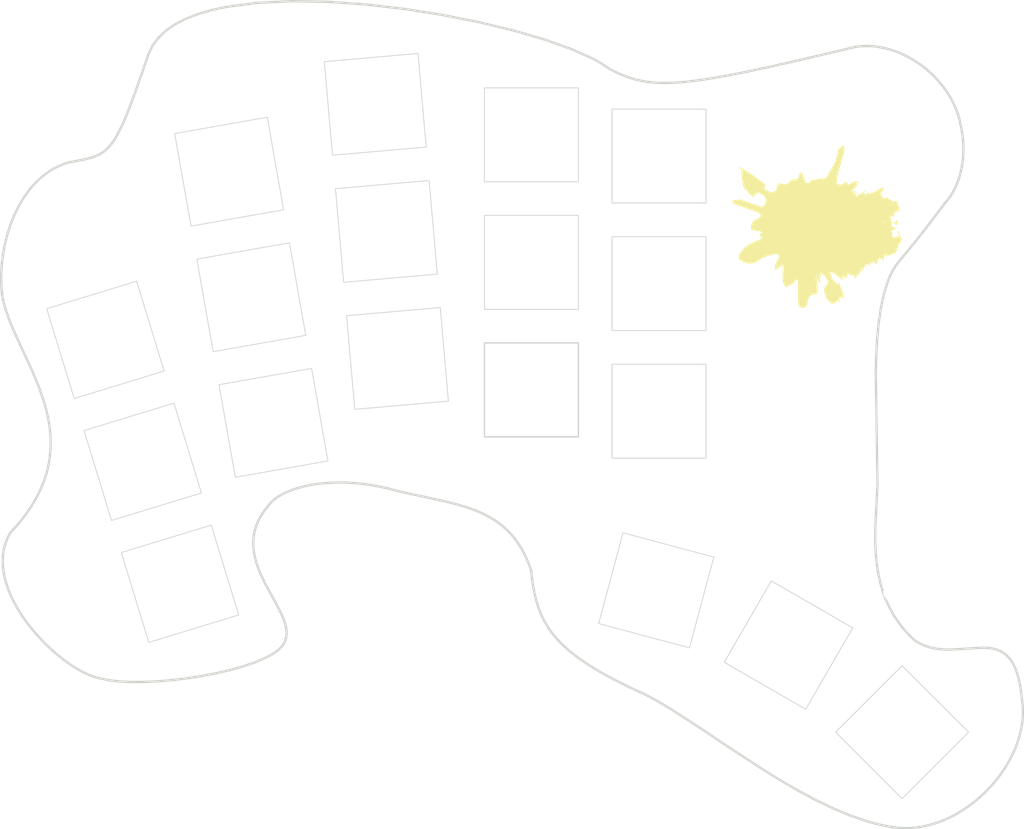
<source format=kicad_pcb>
(kicad_pcb (version 20211014) (generator pcbnew)
  (title_block (title "owl_generated") (rev "v1.0.0") (company "Unknown"))
  (layers (0 "F.Cu" signal) (31 "B.Cu" signal) (34 "B.Paste" user) (35 "F.Paste" user) (36 "B.SilkS" user "B.Silkscreen") (37 "F.SilkS" user "F.Silkscreen") (38 "B.Mask" user) (39 "F.Mask" user) (44 "Edge.Cuts" user))
  (net 0 "")
  (footprint "switch_cut" (layer "F.Cu") (at 76.359108 -73.143828 -170)
    (fp_text reference "S24" hide)
    (fp_text value "" hide)
    (fp_rect (start -7 -7) (end 7 7) (layer "Edge.Cuts") (width 0.12) (fill none))
  )
  (footprint "switch_cut" (layer "F.Cu") (at 114.768682 -78.054834 180)
    (fp_text reference "S24" hide)
    (fp_text value "" hide)
    (fp_rect (start -7 -7) (end 7 7) (layer "Edge.Cuts") (width 0.2) (fill none))
  )
  (footprint "SMDPad" (layer "F.Cu") (at 168.768682 -112.888168)
    (fp_text reference "MOUNTING_PAD2" hide)
    (fp_text value "" hide)
    (pad "" np_thru_hole circle locked (at 0 0) (size 3.2 3.2) (drill 3.2) (layers *.Cu *.Mask))
  )
  (footprint "switch_cut" (layer "F.Cu") (at 51.334813 -85.509371 -163)
    (fp_text reference "S24" hide)
    (fp_text value "" hide)
    (fp_rect (start -7 -7) (end 7 7) (layer "Edge.Cuts") (width 0.12) (fill none))
  )
  (footprint "switch_cut" (layer "F.Cu") (at 133.356349 -48.18812 165)
    (fp_text reference "S24" hide)
    (fp_text value "" hide)
    (fp_rect (start -7 -7) (end 7 7) (layer "Edge.Cuts") (width 0.12) (fill none))
  )
  (footprint "switch_cut" (layer "F.Cu") (at 69.760477 -110.566523 -170)
    (fp_text reference "S24" hide)
    (fp_text value "" hide)
    (fp_rect (start -7 -7) (end 7 7) (layer "Edge.Cuts") (width 0.12) (fill none))
  )
  (footprint "SMDPad" (layer "F.Cu") (at 168.768682 -48)
    (fp_text reference "MOUNTING_PAD1" hide)
    (fp_text value "" hide)
    (pad "" np_thru_hole circle locked (at 0 0) (size 3.2 3.2) (drill 3.2) (layers *.Cu *.Mask))
  )
  (footprint "LOGO" (layer "F.Cu") (at 155.4 -102)
    (fp_text reference "G***" (at 0 0) (layer "F.SilkS") (effects (font (size 1.524 1.524) (thickness 0.3))))
    (fp_text value "LOGO" hide)
  )
  (footprint "SMDPad" (layer "F.Cu") (at 51 -41.8 -17)
    (fp_text reference "MOUNTING_PAD4" hide)
    (fp_text value "" hide)
    (pad "" np_thru_hole circle locked (at 0 0) (size 3.2 3.2) (drill 3.2) (layers *.Cu *.Mask))
  )
  (footprint "switch_cut" (layer "F.Cu") (at 73.059792 -91.855176 -170)
    (fp_text reference "S24" hide)
    (fp_text value "" hide)
    (fp_rect (start -7 -7) (end 7 7) (layer "Edge.Cuts") (width 0.12) (fill none))
  )
  (footprint "SMDPad" (layer "F.Cu") (at 51 -107.8 -17)
    (fp_text reference "MOUNTING_PAD3" hide)
    (fp_text value "" hide)
    (pad "" np_thru_hole circle locked (at 0 0) (size 3.2 3.2) (drill 3.2) (layers *.Cu *.Mask))
  )
  (footprint "switch_cut" (layer "F.Cu") (at 93.172512 -101.668094 -175)
    (fp_text reference "S24" hide)
    (fp_text value "" hide)
    (fp_rect (start -7 -7) (end 7 7) (layer "Edge.Cuts") (width 0.12) (fill none))
  )
  (footprint "switch_cut" (layer "F.Cu") (at 114.768682 -97.054834 180)
    (fp_text reference "S24" hide)
    (fp_text value "" hide)
    (fp_rect (start -7 -7) (end 7 7) (layer "Edge.Cuts") (width 0.12) (fill none))
  )
  (footprint "switch_cut" (layer "F.Cu") (at 94.828471 -82.740394 -175)
    (fp_text reference "S24" hide)
    (fp_text value "" hide)
    (fp_rect (start -7 -7) (end 7 7) (layer "Edge.Cuts") (width 0.12) (fill none))
  )
  (footprint "switch_cut" (layer "F.Cu") (at 56.889875 -67.339581 -163)
    (fp_text reference "S24" hide)
    (fp_text value "" hide)
    (fp_rect (start -7 -7) (end 7 7) (layer "Edge.Cuts") (width 0.12) (fill none))
  )
  (footprint "switch_cut" (layer "F.Cu") (at 169.963375 -27.053044 135)
    (fp_text reference "S24" hide)
    (fp_text value "" hide)
    (fp_rect (start -7 -7) (end 7 7) (layer "Edge.Cuts") (width 0.12) (fill none))
  )
  (footprint "switch_cut" (layer "F.Cu") (at 91.516553 -120.595793 -175)
    (fp_text reference "S24" hide)
    (fp_text value "" hide)
    (fp_rect (start -7 -7) (end 7 7) (layer "Edge.Cuts") (width 0.12) (fill none))
  )
  (footprint "switch_cut" (layer "F.Cu") (at 133.768682 -93.888168 180)
    (fp_text reference "S24" hide)
    (fp_text value "" hide)
    (fp_rect (start -7 -7) (end 7 7) (layer "Edge.Cuts") (width 0.12) (fill none))
  )
  (footprint "switch_cut" (layer "F.Cu") (at 153.051105 -40.030285 150)
    (fp_text reference "S24" hide)
    (fp_text value "" hide)
    (fp_rect (start -7 -7) (end 7 7) (layer "Edge.Cuts") (width 0.12) (fill none))
  )
  (footprint "switch_cut" (layer "F.Cu") (at 133.768682 -74.888168 180)
    (fp_text reference "S24" hide)
    (fp_text value "" hide)
    (fp_rect (start -7 -7) (end 7 7) (layer "Edge.Cuts") (width 0.12) (fill none))
  )
  (footprint "switch_cut" (layer "F.Cu") (at 62.444938 -49.16979 -163)
    (fp_text reference "S24" hide)
    (fp_text value "" hide)
    (fp_rect (start -7 -7) (end 7 7) (layer "Edge.Cuts") (width 0.12) (fill none))
  )
  (footprint "switch_cut" (layer "F.Cu") (at 114.768682 -116.054834 180)
    (fp_text reference "S24" hide)
    (fp_text value "" hide)
    (fp_rect (start -7 -7) (end 7 7) (layer "Edge.Cuts") (width 0.12) (fill none))
  )
  (footprint "switch_cut" (layer "F.Cu") (at 133.768682 -112.888168 180)
    (fp_text reference "S24" hide)
    (fp_text value "" hide)
    (fp_rect (start -7 -7) (end 7 7) (layer "Edge.Cuts") (width 0.12) (fill none))
  )
  (gr_line (start 175.153995 -39.475462) (end 175.802236 -39.399157) (layer "Edge.Cuts") (width 0.352777))
  (gr_line (start 147.048058 -125.497982) (end 150.160788 -126.166225) (layer "Edge.Cuts") (width 0.352777))
  (gr_line (start 112.221658 -131.564203) (end 116.808521 -130.224125) (layer "Edge.Cuts") (width 0.352777))
  (gr_line (start 76.553969 -61.783461) (end 75.992183 -61.283435) (layer "Edge.Cuts") (width 0.352777))
  (gr_line (start 36.590763 -49.149454) (end 36.350581 -50.019996) (layer "Edge.Cuts") (width 0.352777))
  (gr_line (start 41.035835 -61.936197) (end 41.673317 -63.21006) (layer "Edge.Cuts") (width 0.352777))
  (gr_line (start 48.652519 -35.69057) (end 47.985329 -36.008821) (layer "Edge.Cuts") (width 0.352777))
  (gr_line (start 42.508395 -75.155431) (end 42.193412 -76.271225) (layer "Edge.Cuts") (width 0.352777))
  (gr_line (start 39.166544 -44.049196) (end 38.623026 -44.870709) (layer "Edge.Cuts") (width 0.352777))
  (gr_line (start 85.900491 -64.256843) (end 84.559681 -64.207208) (layer "Edge.Cuts") (width 0.352777))
  (gr_line (start 178.797858 -116.993333) (end 178.914174 -116.284813) (layer "Edge.Cuts") (width 0.352777))
  (gr_line (start 78.890452 -63.058313) (end 78.009693 -62.674652) (layer "Edge.Cuts") (width 0.352777))
  (gr_line (start 187.851102 -28.448408) (end 187.710747 -27.593223) (layer "Edge.Cuts") (width 0.352777))
  (gr_line (start 176.356192 -105.907564) (end 176.356192 -105.907564) (layer "Edge.Cuts") (width 0.352777))
  (gr_line (start 187.324388 -35.017409) (end 187.527888 -34.071584) (layer "Edge.Cuts") (width 0.352777))
  (gr_line (start 79.864359 -63.395682) (end 78.890452 -63.058313) (layer "Edge.Cuts") (width 0.352777))
  (gr_line (start 126.261721 -125.955877) (end 127.473792 -125.33034) (layer "Edge.Cuts") (width 0.352777))
  (gr_line (start 78.137328 -40.737733) (end 77.931147 -40.291061) (layer "Edge.Cuts") (width 0.352777))
  (gr_line (start 174.505996 -39.595677) (end 175.153995 -39.475462) (layer "Edge.Cuts") (width 0.352777))
  (gr_line (start 125.233948 -126.664227) (end 126.261721 -125.955877) (layer "Edge.Cuts") (width 0.352777))
  (gr_line (start 36.891931 -48.28014) (end 36.590763 -49.149454) (layer "Edge.Cuts") (width 0.352777))
  (gr_line (start 162.993212 -129.145407) (end 163.644804 -129.233531) (layer "Edge.Cuts") (width 0.352777))
  (gr_line (start 69.981232 -36.334726) (end 67.938806 -35.854999) (layer "Edge.Cuts") (width 0.352777))
  (gr_line (start 83.279073 -64.092523) (end 82.065258 -63.916539) (layer "Edge.Cuts") (width 0.352777))
  (gr_line (start 36.083164 -53.458881) (end 36.210499 -54.293894) (layer "Edge.Cuts") (width 0.352777))
  (gr_line (start 84.633151 -135.863504) (end 90.318501 -135.455718) (layer "Edge.Cuts") (width 0.352777))
  (gr_line (start 57.706385 -127.956123) (end 58.330782 -129.306299) (layer "Edge.Cuts") (width 0.352777))
  (gr_line (start 37.125311 -56.695194) (end 38.321166 -58.027331) (layer "Edge.Cuts") (width 0.352777))
  (gr_line (start 63.336268 -133.35033) (end 65.129693 -134.046906) (layer "Edge.Cuts") (width 0.352777))
  (gr_line (start 51.94784 -114.354691) (end 52.233031 -114.701859) (layer "Edge.Cuts") (width 0.352777))
  (gr_line (start 178.16418 -108.840023) (end 177.858599 -108.150618) (layer "Edge.Cuts") (width 0.352777))
  (gr_line (start 54.565887 -119.21911) (end 55.235788 -120.945633) (layer "Edge.Cuts") (width 0.352777))
  (gr_line (start 179.333127 -15.654063) (end 178.528406 -15.142863) (layer "Edge.Cuts") (width 0.352777))
  (gr_line (start 133.632145 -31.633937) (end 131.81798 -32.618179) (layer "Edge.Cuts") (width 0.352777))
  (gr_line (start 115.373241 -47.106486) (end 115.095871 -48.409072) (layer "Edge.Cuts") (width 0.352777))
  (gr_line (start 38.321166 -58.027331) (end 39.366827 -59.344859) (layer "Edge.Cuts") (width 0.352777))
  (gr_line (start 73.547755 -53.313539) (end 73.721735 -52.605741) (layer "Edge.Cuts") (width 0.352777))
  (gr_line (start 75.992183 -61.283435) (end 75.549898 -60.752125) (layer "Edge.Cuts") (width 0.352777))
  (gr_line (start 137.506519 -123.924321) (end 139.514407 -124.15378) (layer "Edge.Cuts") (width 0.352777))
  (gr_line (start 111.775479 -56.503268) (end 111.251465 -57.055907) (layer "Edge.Cuts") (width 0.352777))
  (gr_line (start 136.58038 -123.850315) (end 137.506519 -123.924321) (layer "Edge.Cuts") (width 0.352777))
  (gr_line (start 75.793567 -38.451924) (end 75.132861 -38.112906) (layer "Edge.Cuts") (width 0.352777))
  (gr_line (start 179.08742 -114.301364) (end 179.092632 -113.687476) (layer "Edge.Cuts") (width 0.352777))
  (gr_line (start 114.373489 -52.149552) (end 114.009372 -53.01148) (layer "Edge.Cuts") (width 0.352777))
  (gr_line (start 187.710747 -27.593223) (end 187.515291 -26.738506) (layer "Edge.Cuts") (width 0.352777))
  (gr_line (start 176.356192 -105.907564) (end 175.752611 -105.089013) (layer "Edge.Cuts") (width 0.352777))
  (gr_line (start 166.370616 -50.919809) (end 166.703368 -49.359573) (layer "Edge.Cuts") (width 0.352777))
  (gr_line (start 126.261721 -125.955877) (end 126.261721 -125.955877) (layer "Edge.Cuts") (width 0.352777))
  (gr_line (start 93.276987 -63.397951) (end 93.276987 -63.397951) (layer "Edge.Cuts") (width 0.352777))
  (gr_line (start 178.449089 -109.622446) (end 178.16418 -108.840023) (layer "Edge.Cuts") (width 0.352777))
  (gr_line (start 39.366827 -59.344859) (end 40.269361 -60.647806) (layer "Edge.Cuts") (width 0.352777))
  (gr_line (start 150.160788 -126.166225) (end 153.623368 -126.945339) (layer "Edge.Cuts") (width 0.352777))
  (gr_line (start 170.106565 -97.913892) (end 169.477015 -97.176342) (layer "Edge.Cuts") (width 0.352777))
  (gr_line (start 50.405001 -113.12637) (end 50.735738 -113.31472) (layer "Edge.Cuts") (width 0.352777))
  (gr_line (start 53.650742 -117.116063) (end 53.946463 -117.756322) (layer "Edge.Cuts") (width 0.352777))
  (gr_line (start 170.009997 -42.656654) (end 170.602139 -41.969214) (layer "Edge.Cuts") (width 0.352777))
  (gr_line (start 39.216857 -106.76043) (end 40.088223 -107.954777) (layer "Edge.Cuts") (width 0.352777))
  (gr_line (start 144.476122 -24.598525) (end 139.837665 -27.707352) (layer "Edge.Cuts") (width 0.352777))
  (gr_line (start 57.19441 -34.536392) (end 55.2357 -34.524851) (layer "Edge.Cuts") (width 0.352777))
  (gr_line (start 178.649245 -117.725591) (end 178.649245 -117.725591) (layer "Edge.Cuts") (width 0.352777))
  (gr_line (start 51.847447 -34.795289) (end 50.502653 -35.087604) (layer "Edge.Cuts") (width 0.352777))
  (gr_line (start 76.503325 -46.656554) (end 77.147925 -45.455898) (layer "Edge.Cuts") (width 0.352777))
  (gr_line (start 52.233031 -114.701859) (end 52.515038 -115.090109) (layer "Edge.Cuts") (width 0.352777))
  (gr_line (start 171.965759 -100.177702) (end 170.734823 -98.665653) (layer "Edge.Cuts") (width 0.352777))
  (gr_line (start 171.246927 -41.297857) (end 171.946459 -40.643844) (layer "Edge.Cuts") (width 0.352777))
  (gr_line (start 96.775441 -62.549719) (end 95.03998 -62.946871) (layer "Edge.Cuts") (width 0.352777))
  (gr_line (start 186.811483 -36.585598) (end 187.085085 -35.853277) (layer "Edge.Cuts") (width 0.352777))
  (gr_line (start 166.243721 -85.565606) (end 166.106583 -83.087273) (layer "Edge.Cuts") (width 0.352777))
  (gr_line (start 179 -115.6) (end 179.057146 -114.938861) (layer "Edge.Cuts") (width 0.352777))
  (gr_line (start 117.80603 -41.867288) (end 117.41331 -42.412903) (layer "Edge.Cuts") (width 0.352777))
  (gr_line (start 78.263879 -41.201039) (end 78.137328 -40.737733) (layer "Edge.Cuts") (width 0.352777))
  (gr_line (start 173.327946 -13.054039) (end 172.41787 -12.892025) (layer "Edge.Cuts") (width 0.352777))
  (gr_line (start 177.702627 -14.674134) (end 176.857792 -14.250347) (layer "Edge.Cuts") (width 0.352777))
  (gr_line (start 170.242436 -127.965363) (end 170.874132 -127.647054) (layer "Edge.Cuts") (width 0.352777))
  (gr_line (start 166.703368 -49.359573) (end 166.916172 -48.584057) (layer "Edge.Cuts") (width 0.352777))
  (gr_line (start 118.705289 -40.792077) (end 118.236022 -41.327357) (layer "Edge.Cuts") (width 0.352777))
  (gr_line (start 131.81798 -32.618179) (end 131.81798 -32.618179) (layer "Edge.Cuts") (width 0.352777))
  (gr_line (start 175.752611 -105.089013) (end 174.173379 -102.997159) (layer "Edge.Cuts") (width 0.352777))
  (gr_line (start 37.772659 -104.10444) (end 38.445061 -105.471773) (layer "Edge.Cuts") (width 0.352777))
  (gr_line (start 47.985329 -36.008821) (end 47.299853 -36.381074) (layer "Edge.Cuts") (width 0.352777))
  (gr_line (start 167.20858 -13.149134) (end 165.965811 -13.437826) (layer "Edge.Cuts") (width 0.352777))
  (gr_line (start 57.706385 -127.956123) (end 57.706385 -127.956123) (layer "Edge.Cuts") (width 0.352777))
  (gr_line (start 45.246264 -111.743126) (end 45.944758 -111.96475) (layer "Edge.Cuts") (width 0.352777))
  (gr_line (start 166.042721 -80.566281) (end 166.302023 -63.927116) (layer "Edge.Cuts") (width 0.352777))
  (gr_line (start 182.519348 -39.624194) (end 183.053351 -39.574727) (layer "Edge.Cuts") (width 0.352777))
  (gr_line (start 176.962529 -106.637923) (end 176.527069 -106.089809) (layer "Edge.Cuts") (width 0.352777))
  (gr_line (start 63.620377 -35.096047) (end 61.429123 -34.827158) (layer "Edge.Cuts") (width 0.352777))
  (gr_line (start 101.709475 -133.882878) (end 107.143352 -132.79698) (layer "Edge.Cuts") (width 0.352777))
  (gr_line (start 187.266738 -25.886728) (end 186.96709 -25.040359) (layer "Edge.Cuts") (width 0.352777))
  (gr_line (start 51.360008 -113.771178) (end 51.657491 -114.0455) (layer "Edge.Cuts") (width 0.352777))
  (gr_line (start 35.950566 -92.209244) (end 35.950566 -92.209244) (layer "Edge.Cuts") (width 0.352777))
  (gr_line (start 185.404106 -38.607639) (end 185.799892 -38.225393) (layer "Edge.Cuts") (width 0.352777))
  (gr_line (start 182.970774 -18.760657) (end 182.301381 -18.074162) (layer "Edge.Cuts") (width 0.352777))
  (gr_line (start 186.618349 -24.201871) (end 186.222517 -23.373735) (layer "Edge.Cuts") (width 0.352777))
  (gr_line (start 53.946463 -117.756322) (end 54.250853 -118.456303) (layer "Edge.Cuts") (width 0.352777))
  (gr_line (start 186.167384 -37.765245) (end 186.505082 -37.220783) (layer "Edge.Cuts") (width 0.352777))
  (gr_line (start 139.837665 -27.707352) (end 135.582442 -30.466022) (layer "Edge.Cuts") (width 0.352777))
  (gr_line (start 73.962087 -135.723911) (end 79.135722 -135.966094) (layer "Edge.Cuts") (width 0.352777))
  (gr_line (start 77.228669 -62.248451) (end 76.553969 -61.783461) (layer "Edge.Cuts") (width 0.352777))
  (gr_line (start 128.682247 -124.810032) (end 129.294322 -124.589486) (layer "Edge.Cuts") (width 0.352777))
  (gr_line (start 179.057146 -114.938861) (end 179.08742 -114.301364) (layer "Edge.Cuts") (width 0.352777))
  (gr_line (start 167.76549 -46.291034) (end 168.125895 -45.542067) (layer "Edge.Cuts") (width 0.352777))
  (gr_line (start 39.746015 -43.245575) (end 39.166544 -44.049196) (layer "Edge.Cuts") (width 0.352777))
  (gr_line (start 185.297594 -21.758399) (end 184.772507 -20.976141) (layer "Edge.Cuts") (width 0.352777))
  (gr_line (start 116.731686 -43.525321) (end 116.175139 -44.672879) (layer "Edge.Cuts") (width 0.352777))
  (gr_line (start 176.27626 -122.959368) (end 176.688751 -122.363589) (layer "Edge.Cuts") (width 0.352777))
  (gr_line (start 41.059336 -109.039182) (end 41.582351 -109.535272) (layer "Edge.Cuts") (width 0.352777))
  (gr_line (start 42.130369 -109.998015) (end 42.703412 -110.425456) (layer "Edge.Cuts") (width 0.352777))
  (gr_line (start 35.834136 -93.643239) (end 35.815696 -95.123615) (layer "Edge.Cuts") (width 0.352777))
  (gr_line (start 108.287846 -59.230764) (end 107.631839 -59.56592) (layer "Edge.Cuts") (width 0.352777))
  (gr_line (start 135.701202 -123.803381) (end 136.58038 -123.850315) (layer "Edge.Cuts") (width 0.352777))
  (gr_line (start 41.582351 -109.535272) (end 42.130369 -109.998015) (layer "Edge.Cuts") (width 0.352777))
  (gr_line (start 100.138958 -61.835596) (end 96.775441 -62.549719) (layer "Edge.Cuts") (width 0.352777))
  (gr_line (start 173.267527 -126.078937) (end 173.824292 -125.618517) (layer "Edge.Cuts") (width 0.352777))
  (gr_line (start 149.390283 -21.395895) (end 144.476122 -24.598525) (layer "Edge.Cuts") (width 0.352777))
  (gr_line (start 43.301501 -110.815641) (end 43.924658 -111.166618) (layer "Edge.Cuts") (width 0.352777))
  (gr_line (start 110.132401 -58.035866) (end 109.538902 -58.468287) (layer "Edge.Cuts") (width 0.352777))
  (gr_line (start 166.966229 -129.061304) (end 167.631676 -128.91175) (layer "Edge.Cuts") (width 0.352777))
  (gr_line (start 178.271101 -119.123565) (end 178.48002 -118.430795) (layer "Edge.Cuts") (width 0.352777))
  (gr_line (start 172.100802 -126.919839) (end 172.692481 -126.513066) (layer "Edge.Cuts") (width 0.352777))
  (gr_line (start 167.162728 -47.813289) (end 167.445134 -47.048528) (layer "Edge.Cuts") (width 0.352777))
  (gr_line (start 185.781599 -22.55842) (end 185.297594 -21.758399) (layer "Edge.Cuts") (width 0.352777))
  (gr_line (start 129.290233 -33.786408) (end 127.031649 -34.915363) (layer "Edge.Cuts") (width 0.352777))
  (gr_line (start 45.944758 -111.96475) (end 47.051905 -112.166626) (layer "Edge.Cuts") (width 0.352777))
  (gr_line (start 171.946459 -40.643844) (end 171.946459 -40.643844) (layer "Edge.Cuts") (width 0.352777))
  (gr_line (start 43.074671 -68.160753) (end 43.173203 -69.362369) (layer "Edge.Cuts") (width 0.352777))
  (gr_line (start 121.710774 -38.149265) (end 120.368745 -39.203806) (layer "Edge.Cuts") (width 0.352777))
  (gr_line (start 182.301381 -18.074162) (end 181.600917 -17.417784) (layer "Edge.Cuts") (width 0.352777))
  (gr_line (start 69.24812 -135.097374) (end 73.962087 -135.723911) (layer "Edge.Cuts") (width 0.352777))
  (gr_line (start 61.74268 -132.532928) (end 63.336268 -133.35033) (layer "Edge.Cuts") (width 0.352777))
  (gr_line (start 54.250853 -118.456303) (end 54.565887 -119.21911) (layer "Edge.Cuts") (width 0.352777))
  (gr_line (start 175.995904 -13.873974) (end 175.118965 -13.547484) (layer "Edge.Cuts") (width 0.352777))
  (gr_line (start 73.939139 -51.906178) (end 74.193815 -51.215272) (layer "Edge.Cuts") (width 0.352777))
  (gr_line (start 107.631839 -59.56592) (end 106.956547 -59.873755) (layer "Edge.Cuts") (width 0.352777))
  (gr_line (start 186.505082 -37.220783) (end 186.811483 -36.585598) (layer "Edge.Cuts") (width 0.352777))
  (gr_line (start 166.147676 -52.483921) (end 166.370616 -50.919809) (layer "Edge.Cuts") (width 0.352777))
  (gr_line (start 168.293668 -128.726313) (end 168.950556 -128.506059) (layer "Edge.Cuts") (width 0.352777))
  (gr_line (start 123.257929 -37.088523) (end 121.710774 -38.149265) (layer "Edge.Cuts") (width 0.352777))
  (gr_line (start 166.106583 -83.087273) (end 166.042721 -80.566281) (layer "Edge.Cuts") (width 0.352777))
  (gr_line (start 174.876393 -124.62307) (end 175.368433 -124.090175) (layer "Edge.Cuts") (width 0.352777))
  (gr_line (start 178.48002 -118.430795) (end 178.649245 -117.725591) (layer "Edge.Cuts") (width 0.352777))
  (gr_line (start 42.772128 -74.025399) (end 42.508395 -75.155431) (layer "Edge.Cuts") (width 0.352777))
  (gr_line (start 77.931147 -40.291061) (end 77.931147 -40.291061) (layer "Edge.Cuts") (width 0.352777))
  (gr_line (start 75.549898 -60.752125) (end 75.549898 -60.752125) (layer "Edge.Cuts") (width 0.352777))
  (gr_line (start 36.124395 -91.317647) (end 35.950566 -92.209244) (layer "Edge.Cuts") (width 0.352777))
  (gr_line (start 116.175139 -44.672879) (end 115.72766 -45.863845) (layer "Edge.Cuts") (width 0.352777))
  (gr_line (start 168.573348 -95.840247) (end 168.184988 -95.058606) (layer "Edge.Cuts") (width 0.352777))
  (gr_line (start 50.059228 -112.960464) (end 50.405001 -113.12637) (layer "Edge.Cuts") (width 0.352777))
  (gr_line (start 184.062012 -39.351076) (end 184.533665 -39.16407) (layer "Edge.Cuts") (width 0.352777))
  (gr_line (start 37.125311 -56.695194) (end 37.125311 -56.695194) (layer "Edge.Cuts") (width 0.352777))
  (gr_line (start 163.644804 -129.233531) (end 164.302823 -129.279378) (layer "Edge.Cuts") (width 0.352777))
  (gr_line (start 166.800091 -90.22548) (end 166.469702 -87.959076) (layer "Edge.Cuts") (width 0.352777))
  (gr_line (start 78.316952 -41.680558) (end 78.263879 -41.201039) (layer "Edge.Cuts") (width 0.352777))
  (gr_line (start 51.053415 -113.528621) (end 51.360008 -113.771178) (layer "Edge.Cuts") (width 0.352777))
  (gr_line (start 178.899018 -111.467376) (end 178.698858 -110.498144) (layer "Edge.Cuts") (width 0.352777))
  (gr_line (start 173.126414 -101.644274) (end 171.965759 -100.177702) (layer "Edge.Cuts") (width 0.352777))
  (gr_line (start 167.250451 -92.322612) (end 166.800091 -90.22548) (layer "Edge.Cuts") (width 0.352777))
  (gr_line (start 47.299853 -36.381074) (end 46.600264 -36.804551) (layer "Edge.Cuts") (width 0.352777))
  (gr_line (start 38.119634 -45.707338) (end 37.660539 -46.556305) (layer "Edge.Cuts") (width 0.352777))
  (gr_line (start 151.91715 -19.839516) (end 149.390283 -21.395895) (layer "Edge.Cuts") (width 0.352777))
  (gr_line (start 105.551205 -60.417661) (end 104.822706 -60.658834) (layer "Edge.Cuts") (width 0.352777))
  (gr_line (start 120.768068 -128.816326) (end 123.964426 -127.380384) (layer "Edge.Cuts") (width 0.352777))
  (gr_line (start 45.175433 -37.794067) (end 43.744215 -38.955148) (layer "Edge.Cuts") (width 0.352777))
  (gr_line (start 53.077405 -116.002282) (end 53.361715 -116.532419) (layer "Edge.Cuts") (width 0.352777))
  (gr_line (start 110.703514 -57.565922) (end 110.132401 -58.035866) (layer "Edge.Cuts") (width 0.352777))
  (gr_line (start 35.89542 -96.634738) (end 36.073484 -98.160976) (layer "Edge.Cuts") (width 0.352777))
  (gr_line (start 74.062608 -58.463463) (end 73.76034 -57.70977) (layer "Edge.Cuts") (width 0.352777))
  (gr_line (start 131.206125 -124.086983) (end 131.880858 -123.972724) (layer "Edge.Cuts") (width 0.352777))
  (gr_line (start 44.572905 -111.476431) (end 45.246264 -111.743126) (layer "Edge.Cuts") (width 0.352777))
  (gr_line (start 179.092632 -113.687476) (end 179.035099 -112.530401) (layer "Edge.Cuts") (width 0.352777))
  (gr_line (start 169.477015 -97.176342) (end 169.477015 -97.176342) (layer "Edge.Cuts") (width 0.352777))
  (gr_line (start 166.469702 -87.959076) (end 166.243721 -85.565606) (layer "Edge.Cuts") (width 0.352777))
  (gr_line (start 91.733991 -63.729844) (end 90.218255 -63.977928) (layer "Edge.Cuts") (width 0.352777))
  (gr_line (start 60.365913 -131.589754) (end 61.74268 -132.532928) (layer "Edge.Cuts") (width 0.352777))
  (gr_line (start 40.562318 -80.592556) (end 38.676603 -84.688207) (layer "Edge.Cuts") (width 0.352777))
  (gr_line (start 50.735738 -113.31472) (end 51.053415 -113.528621) (layer "Edge.Cuts") (width 0.352777))
  (gr_line (start 36.360053 -90.412238) (end 36.124395 -91.317647) (layer "Edge.Cuts") (width 0.352777))
  (gr_line (start 144.255721 -124.940141) (end 147.048058 -125.497982) (layer "Edge.Cuts") (width 0.352777))
  (gr_line (start 65.804396 -35.440383) (end 63.620377 -35.096047) (layer "Edge.Cuts") (width 0.352777))
  (gr_line (start 73.721735 -52.605741) (end 73.939139 -51.906178) (layer "Edge.Cuts") (width 0.352777))
  (gr_line (start 168.528449 -44.802885) (end 168.975251 -44.07475) (layer "Edge.Cuts") (width 0.352777))
  (gr_line (start 71.8893 -36.874399) (end 69.981232 -36.334726) (layer "Edge.Cuts") (width 0.352777))
  (gr_line (start 165.969783 -57.098742) (end 165.964054 -55.583464) (layer "Edge.Cuts") (width 0.352777))
  (gr_line (start 48.911946 -112.566348) (end 49.314676 -112.683559) (layer "Edge.Cuts") (width 0.352777))
  (gr_line (start 53.439254 -34.609428) (end 51.847447 -34.795289) (layer "Edge.Cuts") (width 0.352777))
  (gr_line (start 180.114788 -16.205263) (end 179.333127 -15.654063) (layer "Edge.Cuts") (width 0.352777))
  (gr_line (start 90.318501 -135.455718) (end 96.0559 -134.782317) (layer "Edge.Cuts") (width 0.352777))
  (gr_line (start 172.41787 -12.892025) (end 171.500753 -12.789778) (layer "Edge.Cuts") (width 0.352777))
  (gr_line (start 37.249914 -47.414831) (end 36.891931 -48.28014) (layer "Edge.Cuts") (width 0.352777))
  (gr_line (start 41.673317 -63.21006) (end 42.188874 -64.46942) (layer "Edge.Cuts") (width 0.352777))
  (gr_line (start 38.623026 -44.870709) (end 38.119634 -45.707338) (layer "Edge.Cuts") (width 0.352777))
  (gr_line (start 42.977543 -72.881104) (end 42.772128 -74.025399) (layer "Edge.Cuts") (width 0.352777))
  (gr_line (start 73.620634 -37.468848) (end 71.8893 -36.874399) (layer "Edge.Cuts") (width 0.352777))
  (gr_line (start 36.7274 -55.914829) (end 37.125311 -56.695194) (layer "Edge.Cuts") (width 0.352777))
  (gr_line (start 172.692481 -126.513066) (end 173.267527 -126.078937) (layer "Edge.Cuts") (width 0.352777))
  (gr_line (start 153.623368 -126.945339) (end 161.715899 -128.838062) (layer "Edge.Cuts") (width 0.352777))
  (gr_line (start 177.740771 -120.467537) (end 178.024136 -119.802834) (layer "Edge.Cuts") (width 0.352777))
  (gr_line (start 104.822706 -60.658834) (end 103.317929 -61.092367) (layer "Edge.Cuts") (width 0.352777))
  (gr_line (start 167.836349 -94.208269) (end 167.250451 -92.322612) (layer "Edge.Cuts") (width 0.352777))
  (gr_line (start 43.185148 -70.549615) (end 43.117572 -71.722518) (layer "Edge.Cuts") (width 0.352777))
  (gr_line (start 42.188874 -64.46942) (end 42.589574 -65.714305) (layer "Edge.Cuts") (width 0.352777))
  (gr_line (start 65.129693 -134.046906) (end 67.105972 -134.627606) (layer "Edge.Cuts") (width 0.352777))
  (gr_line (start 169.653406 -12.774467) (end 168.438339 -12.926679) (layer "Edge.Cuts") (width 0.352777))
  (gr_line (start 168.975251 -44.07475) (end 169.468401 -43.35892) (layer "Edge.Cuts") (width 0.352777))
  (gr_line (start 40.996128 -41.703123) (end 39.746015 -43.245575) (layer "Edge.Cuts") (width 0.352777))
  (gr_line (start 187.934355 -29.301591) (end 187.851102 -28.448408) (layer "Edge.Cuts") (width 0.352777))
  (gr_line (start 53.361715 -116.532419) (end 53.650742 -117.116063) (layer "Edge.Cuts") (width 0.352777))
  (gr_line (start 75.549898 -60.752125) (end 74.951234 -59.98506) (layer "Edge.Cuts") (width 0.352777))
  (gr_line (start 164.965623 -129.284013) (end 165.631555 -129.248501) (layer "Edge.Cuts") (width 0.352777))
  (gr_line (start 141.754323 -124.49223) (end 144.255721 -124.940141) (layer "Edge.Cuts") (width 0.352777))
  (gr_line (start 55.97197 -122.960742) (end 56.790235 -125.289288) (layer "Edge.Cuts") (width 0.352777))
  (gr_line (start 42.589574 -65.714305) (end 42.882484 -66.94474) (layer "Edge.Cuts") (width 0.352777))
  (gr_line (start 55.235788 -120.945633) (end 55.97197 -122.960742) (layer "Edge.Cuts") (width 0.352777))
  (gr_line (start 171.500753 -12.789778) (end 170.578597 -12.749768) (layer "Edge.Cuts") (width 0.352777))
  (gr_line (start 184.20834 -20.214118) (end 183.607095 -19.474799) (layer "Edge.Cuts") (width 0.352777))
  (gr_line (start 167.631676 -128.91175) (end 168.293668 -128.726313) (layer "Edge.Cuts") (width 0.352777))
  (gr_line (start 187.821474 -31.824417) (end 187.821474 -31.824417) (layer "Edge.Cuts") (width 0.352777))
  (gr_line (start 49.696445 -112.813896) (end 50.059228 -112.960464) (layer "Edge.Cuts") (width 0.352777))
  (gr_line (start 167.445134 -47.048528) (end 167.76549 -46.291034) (layer "Edge.Cuts") (width 0.352777))
  (gr_line (start 47.051905 -112.166626) (end 48.0357 -112.358875) (layer "Edge.Cuts") (width 0.352777))
  (gr_line (start 40.269361 -60.647806) (end 41.035835 -61.936197) (layer "Edge.Cuts") (width 0.352777))
  (gr_line (start 175.802236 -39.399157) (end 176.449217 -39.360348) (layer "Edge.Cuts") (width 0.352777))
  (gr_line (start 175.118965 -13.547484) (end 174.228978 -13.273349) (layer "Edge.Cuts") (width 0.352777))
  (gr_line (start 42.882484 -66.94474) (end 43.074671 -68.160753) (layer "Edge.Cuts") (width 0.352777))
  (gr_line (start 112.274782 -55.905457) (end 111.775479 -56.503268) (layer "Edge.Cuts") (width 0.352777))
  (gr_line (start 118.236022 -41.327357) (end 117.80603 -41.867288) (layer "Edge.Cuts") (width 0.352777))
  (gr_line (start 169.600695 -128.252054) (end 170.242436 -127.965363) (layer "Edge.Cuts") (width 0.352777))
  (gr_line (start 187.527888 -34.071584) (end 187.694084 -33.00939) (layer "Edge.Cuts") (width 0.352777))
  (gr_line (start 176.688751 -122.363589) (end 177.071431 -121.74898) (layer "Edge.Cuts") (width 0.352777))
  (gr_line (start 168.125895 -45.542067) (end 168.528449 -44.802885) (layer "Edge.Cuts") (width 0.352777))
  (gr_line (start 36.988581 -88.559871) (end 36.360053 -90.412238) (layer "Edge.Cuts") (width 0.352777))
  (gr_line (start 127.031649 -34.915363) (end 125.026217 -36.013312) (layer "Edge.Cuts") (width 0.352777))
  (gr_line (start 46.600264 -36.804551) (end 45.175433 -37.794067) (layer "Edge.Cuts") (width 0.352777))
  (gr_line (start 129.916539 -124.395423) (end 130.552579 -124.227903) (layer "Edge.Cuts") (width 0.352777))
  (gr_line (start 58.330782 -129.306299) (end 59.222953 -130.51586) (layer "Edge.Cuts") (width 0.352777))
  (gr_line (start 106.956547 -59.873755) (end 106.262744 -60.156818) (layer "Edge.Cuts") (width 0.352777))
  (gr_line (start 74.951234 -59.98506) (end 74.457521 -59.222033) (layer "Edge.Cuts") (width 0.352777))
  (gr_line (start 61.429123 -34.827158) (end 59.273009 -34.638884) (layer "Edge.Cuts") (width 0.352777))
  (gr_line (start 181.600917 -17.417784) (end 180.871385 -16.793994) (layer "Edge.Cuts") (width 0.352777))
  (gr_line (start 75.132861 -38.112906) (end 73.620634 -37.468848) (layer "Edge.Cuts") (width 0.352777))
  (gr_line (start 49.314676 -112.683559) (end 49.696445 -112.813896) (layer "Edge.Cuts") (width 0.352777))
  (gr_line (start 78.096834 -43.212197) (end 78.227277 -42.686557) (layer "Edge.Cuts") (width 0.352777))
  (gr_line (start 96.0559 -134.782317) (end 101.709475 -133.882878) (layer "Edge.Cuts") (width 0.352777))
  (gr_line (start 178.914174 -116.284813) (end 179 -115.6) (layer "Edge.Cuts") (width 0.352777))
  (gr_line (start 49.297252 -35.429099) (end 48.652519 -35.69057) (layer "Edge.Cuts") (width 0.352777))
  (gr_line (start 77.330492 -39.529181) (end 76.897679 -39.160707) (layer "Edge.Cuts") (width 0.352777))
  (gr_line (start 187.821474 -31.824417) (end 187.921544 -30.992066) (layer "Edge.Cuts") (width 0.352777))
  (gr_line (start 187.694084 -33.00939) (end 187.821474 -31.824417) (layer "Edge.Cuts") (width 0.352777))
  (gr_line (start 95.03998 -62.946871) (end 93.276987 -63.397951) (layer "Edge.Cuts") (width 0.352777))
  (gr_line (start 50.502653 -35.087604) (end 50.502653 -35.087604) (layer "Edge.Cuts") (width 0.352777))
  (gr_line (start 36.350581 -50.019996) (end 36.175558 -50.888986) (layer "Edge.Cuts") (width 0.352777))
  (gr_line (start 177.422654 -121.116607) (end 177.740771 -120.467537) (layer "Edge.Cuts") (width 0.352777))
  (gr_line (start 59.273009 -34.638884) (end 57.19441 -34.536392) (layer "Edge.Cuts") (width 0.352777))
  (gr_line (start 177.093438 -39.352627) (end 181.967564 -39.640636) (layer "Edge.Cuts") (width 0.352777))
  (gr_line (start 108.923792 -58.865736) (end 108.287846 -59.230764) (layer "Edge.Cuts") (width 0.352777))
  (gr_line (start 73.76034 -57.70977) (end 73.544566 -56.961374) (layer "Edge.Cuts") (width 0.352777))
  (gr_line (start 170.874132 -127.647054) (end 171.494136 -127.29819) (layer "Edge.Cuts") (width 0.352777))
  (gr_line (start 176.449217 -39.360348) (end 177.093438 -39.352627) (layer "Edge.Cuts") (width 0.352777))
  (gr_line (start 127.473792 -125.33034) (end 128.076631 -125.057003) (layer "Edge.Cuts") (width 0.352777))
  (gr_line (start 73.354679 -54.752164) (end 73.423352 -54.029154) (layer "Edge.Cuts") (width 0.352777))
  (gr_line (start 166.302023 -63.927116) (end 166.018144 -58.577587) (layer "Edge.Cuts") (width 0.352777))
  (gr_line (start 76.897679 -39.160707) (end 76.383605 -38.801407) (layer "Edge.Cuts") (width 0.352777))
  (gr_line (start 52.515038 -115.090109) (end 52.795838 -115.522548) (layer "Edge.Cuts") (width 0.352777))
  (gr_line (start 154.47262 -18.355819) (end 151.91715 -19.839516) (layer "Edge.Cuts") (width 0.352777))
  (gr_line (start 75.119946 -49.198684) (end 76.503325 -46.656554) (layer "Edge.Cuts") (width 0.352777))
  (gr_line (start 116.808521 -130.224125) (end 120.768068 -128.816326) (layer "Edge.Cuts") (width 0.352777))
  (gr_line (start 178.649245 -117.725591) (end 178.797858 -116.993333) (layer "Edge.Cuts") (width 0.352777))
  (gr_line (start 185.799892 -38.225393) (end 186.167384 -37.765245) (layer "Edge.Cuts") (width 0.352777))
  (gr_line (start 170.602139 -41.969214) (end 171.246927 -41.297857) (layer "Edge.Cuts") (width 0.352777))
  (gr_line (start 37.779611 -86.651931) (end 36.988581 -88.559871) (layer "Edge.Cuts") (width 0.352777))
  (gr_line (start 36.073484 -98.160976) (end 36.350065 -99.686697) (layer "Edge.Cuts") (width 0.352777))
  (gr_line (start 36.350065 -99.686697) (end 36.725337 -101.19627) (layer "Edge.Cuts") (width 0.352777))
  (gr_line (start 52.795838 -115.522548) (end 53.077405 -116.002282) (layer "Edge.Cuts") (width 0.352777))
  (gr_line (start 186.96709 -25.040359) (end 186.618349 -24.201871) (layer "Edge.Cuts") (width 0.352777))
  (gr_line (start 76.383605 -38.801407) (end 75.793567 -38.451924) (layer "Edge.Cuts") (width 0.352777))
  (gr_line (start 117.41331 -42.412903) (end 116.731686 -43.525321) (layer "Edge.Cuts") (width 0.352777))
  (gr_line (start 78.227277 -42.686557) (end 78.302701 -42.175871) (layer "Edge.Cuts") (width 0.352777))
  (gr_line (start 78.009693 -62.674652) (end 77.228669 -62.248451) (layer "Edge.Cuts") (width 0.352777))
  (gr_line (start 123.964426 -127.380384) (end 125.233948 -126.664227) (layer "Edge.Cuts") (width 0.352777))
  (gr_line (start 55.2357 -34.524851) (end 53.439254 -34.609428) (layer "Edge.Cuts") (width 0.352777))
  (gr_line (start 128.076631 -125.057003) (end 128.682247 -124.810032) (layer "Edge.Cuts") (width 0.352777))
  (gr_line (start 176.857792 -14.250347) (end 175.995904 -13.873974) (layer "Edge.Cuts") (width 0.352777))
  (gr_line (start 38.445061 -105.471773) (end 39.216857 -106.76043) (layer "Edge.Cuts") (width 0.352777))
  (gr_line (start 36.423853 -55.113469) (end 36.7274 -55.914829) (layer "Edge.Cuts") (width 0.352777))
  (gr_line (start 56.790235 -125.289288) (end 57.706385 -127.956123) (layer "Edge.Cuts") (width 0.352777))
  (gr_line (start 131.880858 -123.972724) (end 132.580461 -123.885183) (layer "Edge.Cuts") (width 0.352777))
  (gr_line (start 132.580461 -123.885183) (end 133.308614 -123.82442) (layer "Edge.Cuts") (width 0.352777))
  (gr_line (start 131.81798 -32.618179) (end 129.290233 -33.786408) (layer "Edge.Cuts") (width 0.352777))
  (gr_line (start 79.135722 -135.966094) (end 84.633151 -135.863504) (layer "Edge.Cuts") (width 0.352777))
  (gr_line (start 36.037677 -52.611207) (end 36.083164 -53.458881) (layer "Edge.Cuts") (width 0.352777))
  (gr_line (start 51.657491 -114.0455) (end 51.94784 -114.354691) (layer "Edge.Cuts") (width 0.352777))
  (gr_line (start 178.024136 -119.802834) (end 178.271101 -119.123565) (layer "Edge.Cuts") (width 0.352777))
  (gr_line (start 177.546818 -107.553972) (end 177.243305 -107.049826) (layer "Edge.Cuts") (width 0.352777))
  (gr_line (start 114.009372 -53.01148) (end 113.616668 -53.815485) (layer "Edge.Cuts") (width 0.352777))
  (gr_line (start 168.950556 -128.506059) (end 169.600695 -128.252054) (layer "Edge.Cuts") (width 0.352777))
  (gr_line (start 87.294916 -64.237675) (end 85.900491 -64.256843) (layer "Edge.Cuts") (width 0.352777))
  (gr_line (start 41.437962 -78.460207) (end 40.562318 -80.592556) (layer "Edge.Cuts") (width 0.352777))
  (gr_line (start 43.924658 -111.166618) (end 44.572905 -111.476431) (layer "Edge.Cuts") (width 0.352777))
  (gr_line (start 134.865303 -123.78346) (end 135.701202 -123.803381) (layer "Edge.Cuts") (width 0.352777))
  (gr_line (start 107.143352 -132.79698) (end 112.221658 -131.564203) (layer "Edge.Cuts") (width 0.352777))
  (gr_line (start 181.967564 -39.640636) (end 182.519348 -39.624194) (layer "Edge.Cuts") (width 0.352777))
  (gr_line (start 82.065258 -63.916539) (end 80.924824 -63.683008) (layer "Edge.Cuts") (width 0.352777))
  (gr_line (start 73.544566 -56.961374) (end 73.409133 -56.218694) (layer "Edge.Cuts") (width 0.352777))
  (gr_line (start 80.924824 -63.683008) (end 79.864359 -63.395682) (layer "Edge.Cuts") (width 0.352777))
  (gr_line (start 36.725337 -101.19627) (end 37.199477 -102.674061) (layer "Edge.Cuts") (width 0.352777))
  (gr_line (start 184.772507 -20.976141) (end 184.20834 -20.214118) (layer "Edge.Cuts") (width 0.352777))
  (gr_line (start 172.578471 -40.283884) (end 173.216732 -39.993477) (layer "Edge.Cuts") (width 0.352777))
  (gr_line (start 84.559681 -64.207208) (end 83.279073 -64.092523) (layer "Edge.Cuts") (width 0.352777))
  (gr_line (start 43.744215 -38.955148) (end 42.339988 -40.265574) (layer "Edge.Cuts") (width 0.352777))
  (gr_line (start 48.0357 -112.358875) (end 48.911946 -112.566348) (layer "Edge.Cuts") (width 0.352777))
  (gr_line (start 135.582442 -30.466022) (end 133.632145 -31.633937) (layer "Edge.Cuts") (width 0.352777))
  (gr_line (start 183.053351 -39.574727) (end 183.568073 -39.485825) (layer "Edge.Cuts") (width 0.352777))
  (gr_line (start 42.339988 -40.265574) (end 40.996128 -41.703123) (layer "Edge.Cuts") (width 0.352777))
  (gr_line (start 165.964054 -55.583464) (end 166.017754 -54.041831) (layer "Edge.Cuts") (width 0.352777))
  (gr_line (start 177.243305 -107.049826) (end 176.962529 -106.637923) (layer "Edge.Cuts") (width 0.352777))
  (gr_line (start 171.946459 -40.643844) (end 172.578471 -40.283884) (layer "Edge.Cuts") (width 0.352777))
  (gr_line (start 166.298972 -129.17391) (end 166.966229 -129.061304) (layer "Edge.Cuts") (width 0.352777))
  (gr_line (start 77.917525 -43.752371) (end 78.096834 -43.212197) (layer "Edge.Cuts") (width 0.352777))
  (gr_line (start 184.533665 -39.16407) (end 184.98153 -38.918394) (layer "Edge.Cuts") (width 0.352777))
  (gr_line (start 174.228978 -13.273349) (end 173.327946 -13.054039) (layer "Edge.Cuts") (width 0.352777))
  (gr_line (start 133.308614 -123.82442) (end 134.069001 -123.790492) (layer "Edge.Cuts") (width 0.352777))
  (gr_line (start 120.368745 -39.203806) (end 119.215831 -40.260414) (layer "Edge.Cuts") (width 0.352777))
  (gr_line (start 159.615606 -15.734652) (end 157.043253 -16.97685) (layer "Edge.Cuts") (width 0.352777))
  (gr_line (start 43.117572 -71.722518) (end 42.977543 -72.881104) (layer "Edge.Cuts") (width 0.352777))
  (gr_line (start 168.438339 -12.926679) (end 167.20858 -13.149134) (layer "Edge.Cuts") (width 0.352777))
  (gr_line (start 37.660539 -46.556305) (end 37.249914 -47.414831) (layer "Edge.Cuts") (width 0.352777))
  (gr_line (start 35.815696 -95.123615) (end 35.89542 -96.634738) (layer "Edge.Cuts") (width 0.352777))
  (gr_line (start 73.409133 -56.218694) (end 73.347888 -55.482151) (layer "Edge.Cuts") (width 0.352777))
  (gr_line (start 139.514407 -124.15378) (end 141.754323 -124.49223) (layer "Edge.Cuts") (width 0.352777))
  (gr_line (start 77.147925 -45.455898) (end 77.695502 -44.306659) (layer "Edge.Cuts") (width 0.352777))
  (gr_line (start 134.069001 -123.790492) (end 134.865303 -123.78346) (layer "Edge.Cuts") (width 0.352777))
  (gr_line (start 173.859741 -39.766211) (end 174.505996 -39.595677) (layer "Edge.Cuts") (width 0.352777))
  (gr_line (start 73.423352 -54.029154) (end 73.547755 -53.313539) (layer "Edge.Cuts") (width 0.352777))
  (gr_line (start 101.754612 -61.477821) (end 100.138958 -61.835596) (layer "Edge.Cuts") (width 0.352777))
  (gr_line (start 37.199477 -102.674061) (end 37.772659 -104.10444) (layer "Edge.Cuts") (width 0.352777))
  (gr_line (start 179.035099 -112.530401) (end 178.899018 -111.467376) (layer "Edge.Cuts") (width 0.352777))
  (gr_line (start 45.944758 -111.96475) (end 45.944758 -111.96475) (layer "Edge.Cuts") (width 0.352777))
  (gr_line (start 113.616668 -53.815485) (end 113.196152 -54.564116) (layer "Edge.Cuts") (width 0.352777))
  (gr_line (start 169.653406 -12.774467) (end 169.653406 -12.774467) (layer "Edge.Cuts") (width 0.352777))
  (gr_line (start 169.477015 -97.176342) (end 169.003375 -96.547918) (layer "Edge.Cuts") (width 0.352777))
  (gr_line (start 129.294322 -124.589486) (end 129.916539 -124.395423) (layer "Edge.Cuts") (width 0.352777))
  (gr_line (start 177.858599 -108.150618) (end 177.546818 -107.553972) (layer "Edge.Cuts") (width 0.352777))
  (gr_line (start 88.736367 -64.145954) (end 87.294916 -64.237675) (layer "Edge.Cuts") (width 0.352777))
  (gr_line (start 111.251465 -57.055907) (end 110.703514 -57.565922) (layer "Edge.Cuts") (width 0.352777))
  (gr_line (start 177.071431 -121.74898) (end 177.422654 -121.116607) (layer "Edge.Cuts") (width 0.352777))
  (gr_line (start 112.748598 -55.259923) (end 112.274782 -55.905457) (layer "Edge.Cuts") (width 0.352777))
  (gr_line (start 174.36113 -125.132873) (end 174.876393 -124.62307) (layer "Edge.Cuts") (width 0.352777))
  (gr_line (start 164.71171 -13.78875) (end 162.176239 -14.661271) (layer "Edge.Cuts") (width 0.352777))
  (gr_line (start 162.349695 -129.013939) (end 162.993212 -129.145407) (layer "Edge.Cuts") (width 0.352777))
  (gr_line (start 77.695502 -44.306659) (end 77.917525 -43.752371) (layer "Edge.Cuts") (width 0.352777))
  (gr_line (start 176.527069 -106.089809) (end 176.356192 -105.907564) (layer "Edge.Cuts") (width 0.352777))
  (gr_line (start 186.222517 -23.373735) (end 185.781599 -22.55842) (layer "Edge.Cuts") (width 0.352777))
  (gr_line (start 50.502653 -35.087604) (end 49.915354 -35.227184) (layer "Edge.Cuts") (width 0.352777))
  (gr_line (start 175.835605 -123.535252) (end 176.27626 -122.959368) (layer "Edge.Cuts") (width 0.352777))
  (gr_line (start 161.715899 -128.838062) (end 162.349695 -129.013939) (layer "Edge.Cuts") (width 0.352777))
  (gr_line (start 40.088223 -107.954777) (end 40.5613 -108.511699) (layer "Edge.Cuts") (width 0.352777))
  (gr_line (start 173.216732 -39.993477) (end 173.859741 -39.766211) (layer "Edge.Cuts") (width 0.352777))
  (gr_line (start 180.871385 -16.793994) (end 180.114788 -16.205263) (layer "Edge.Cuts") (width 0.352777))
  (gr_line (start 171.494136 -127.29819) (end 172.100802 -126.919839) (layer "Edge.Cuts") (width 0.352777))
  (gr_line (start 114.708243 -51.22715) (end 114.708243 -51.22715) (layer "Edge.Cuts") (width 0.352777))
  (gr_line (start 106.262744 -60.156818) (end 105.551205 -60.417661) (layer "Edge.Cuts") (width 0.352777))
  (gr_line (start 178.528406 -15.142863) (end 177.702627 -14.674134) (layer "Edge.Cuts") (width 0.352777))
  (gr_line (start 166.302023 -63.927116) (end 166.302023 -63.927116) (layer "Edge.Cuts") (width 0.352777))
  (gr_line (start 178.698858 -110.498144) (end 178.449089 -109.622446) (layer "Edge.Cuts") (width 0.352777))
  (gr_line (start 36.175558 -50.888986) (end 36.069866 -51.753649) (layer "Edge.Cuts") (width 0.352777))
  (gr_line (start 173.824292 -125.618517) (end 174.36113 -125.132873) (layer "Edge.Cuts") (width 0.352777))
  (gr_line (start 130.552579 -124.227903) (end 131.206125 -124.086983) (layer "Edge.Cuts") (width 0.352777))
  (gr_line (start 119.215831 -40.260414) (end 118.705289 -40.792077) (layer "Edge.Cuts") (width 0.352777))
  (gr_line (start 168.184988 -95.058606) (end 167.836349 -94.208269) (layer "Edge.Cuts") (width 0.352777))
  (gr_line (start 169.468401 -43.35892) (end 170.009997 -42.656654) (layer "Edge.Cuts") (width 0.352777))
  (gr_line (start 164.302823 -129.279378) (end 164.965623 -129.284013) (layer "Edge.Cuts") (width 0.352777))
  (gr_line (start 40.5613 -108.511699) (end 41.059336 -109.039182) (layer "Edge.Cuts") (width 0.352777))
  (gr_line (start 38.676603 -84.688207) (end 37.779611 -86.651931) (layer "Edge.Cuts") (width 0.352777))
  (gr_line (start 183.607095 -19.474799) (end 182.970774 -18.760657) (layer "Edge.Cuts") (width 0.352777))
  (gr_line (start 157.043253 -16.97685) (end 154.47262 -18.355819) (layer "Edge.Cuts") (width 0.352777))
  (gr_line (start 90.218255 -63.977928) (end 88.736367 -64.145954) (layer "Edge.Cuts") (width 0.352777))
  (gr_line (start 42.703412 -110.425456) (end 43.301501 -110.815641) (layer "Edge.Cuts") (width 0.352777))
  (gr_line (start 77.931147 -40.291061) (end 77.676747 -39.906181) (layer "Edge.Cuts") (width 0.352777))
  (gr_line (start 161.715899 -128.838062) (end 161.715899 -128.838062) (layer "Edge.Cuts") (width 0.352777))
  (gr_line (start 187.921544 -30.992066) (end 187.958503 -30.150301) (layer "Edge.Cuts") (width 0.352777))
  (gr_line (start 49.915354 -35.227184) (end 49.297252 -35.429099) (layer "Edge.Cuts") (width 0.352777))
  (gr_line (start 36.069866 -51.753649) (end 36.037677 -52.611207) (layer "Edge.Cuts") (width 0.352777))
  (gr_line (start 35.950566 -92.209244) (end 35.834136 -93.643239) (layer "Edge.Cuts") (width 0.352777))
  (gr_line (start 67.938806 -35.854999) (end 65.804396 -35.440383) (layer "Edge.Cuts") (width 0.352777))
  (gr_line (start 162.176239 -14.661271) (end 159.615606 -15.734652) (layer "Edge.Cuts") (width 0.352777))
  (gr_line (start 50.502653 -35.087604) (end 50.502653 -35.087604) (layer "Edge.Cuts") (width 0.352777))
  (gr_line (start 103.317929 -61.092367) (end 101.754612 -61.477821) (layer "Edge.Cuts") (width 0.352777))
  (gr_line (start 67.105972 -134.627606) (end 69.24812 -135.097374) (layer "Edge.Cuts") (width 0.352777))
  (gr_line (start 187.958503 -30.150301) (end 187.934355 -29.301591) (layer "Edge.Cuts") (width 0.352777))
  (gr_line (start 78.302701 -42.175871) (end 78.316952 -41.680558) (layer "Edge.Cuts") (width 0.352777))
  (gr_line (start 174.173379 -102.997159) (end 173.126414 -101.644274) (layer "Edge.Cuts") (width 0.352777))
  (gr_line (start 115.72766 -45.863845) (end 115.373241 -47.106486) (layer "Edge.Cuts") (width 0.352777))
  (gr_line (start 165.631555 -129.248501) (end 166.298972 -129.17391) (layer "Edge.Cuts") (width 0.352777))
  (gr_line (start 166.916172 -48.584057) (end 167.162728 -47.813289) (layer "Edge.Cuts") (width 0.352777))
  (gr_line (start 114.708243 -51.22715) (end 114.373489 -52.149552) (layer "Edge.Cuts") (width 0.352777))
  (gr_line (start 73.347888 -55.482151) (end 73.354679 -54.752164) (layer "Edge.Cuts") (width 0.352777))
  (gr_line (start 125.026217 -36.013312) (end 123.257929 -37.088523) (layer "Edge.Cuts") (width 0.352777))
  (gr_line (start 187.515291 -26.738506) (end 187.266738 -25.886728) (layer "Edge.Cuts") (width 0.352777))
  (gr_line (start 93.276987 -63.397951) (end 91.733991 -63.729844) (layer "Edge.Cuts") (width 0.352777))
  (gr_line (start 170.578597 -12.749768) (end 169.653406 -12.774467) (layer "Edge.Cuts") (width 0.352777))
  (gr_line (start 113.196152 -54.564116) (end 112.748598 -55.259923) (layer "Edge.Cuts") (width 0.352777))
  (gr_line (start 169.003375 -96.547918) (end 168.573348 -95.840247) (layer "Edge.Cuts") (width 0.352777))
  (gr_line (start 166.018144 -58.577587) (end 165.969783 -57.098742) (layer "Edge.Cuts") (width 0.352777))
  (gr_line (start 170.734823 -98.665653) (end 170.106565 -97.913892) (layer "Edge.Cuts") (width 0.352777))
  (gr_line (start 166.017754 -54.041831) (end 166.147676 -52.483921) (layer "Edge.Cuts") (width 0.352777))
  (gr_line (start 175.368433 -124.090175) (end 175.835605 -123.535252) (layer "Edge.Cuts") (width 0.352777))
  (gr_line (start 187.085085 -35.853277) (end 187.324388 -35.017409) (layer "Edge.Cuts") (width 0.352777))
  (gr_line (start 74.457521 -59.222033) (end 74.062608 -58.463463) (layer "Edge.Cuts") (width 0.352777))
  (gr_line (start 42.193412 -76.271225) (end 41.437962 -78.460207) (layer "Edge.Cuts") (width 0.352777))
  (gr_line (start 165.965811 -13.437826) (end 164.71171 -13.78875) (layer "Edge.Cuts") (width 0.352777))
  (gr_line (start 43.173203 -69.362369) (end 43.185148 -70.549615) (layer "Edge.Cuts") (width 0.352777))
  (gr_line (start 114.879541 -49.779871) (end 114.708243 -51.22715) (layer "Edge.Cuts") (width 0.352777))
  (gr_line (start 77.676747 -39.906181) (end 77.330492 -39.529181) (layer "Edge.Cuts") (width 0.352777))
  (gr_line (start 109.538902 -58.468287) (end 108.923792 -58.865736) (layer "Edge.Cuts") (width 0.352777))
  (gr_line (start 74.47961 -50.53344) (end 75.119946 -49.198684) (layer "Edge.Cuts") (width 0.352777))
  (gr_line (start 74.193815 -51.215272) (end 74.47961 -50.53344) (layer "Edge.Cuts") (width 0.352777))
  (gr_line (start 115.095871 -48.409072) (end 114.879541 -49.779871) (layer "Edge.Cuts") (width 0.352777))
  (gr_line (start 59.222953 -130.51586) (end 60.365913 -131.589754) (layer "Edge.Cuts") (width 0.352777))
  (gr_line (start 36.210499 -54.293894) (end 36.423853 -55.113469) (layer "Edge.Cuts") (width 0.352777))
  (gr_line (start 184.98153 -38.918394) (end 185.404106 -38.607639) (layer "Edge.Cuts") (width 0.352777))
  (gr_line (start 183.568073 -39.485825) (end 184.062012 -39.351076) (layer "Edge.Cuts") (width 0.352777))
)
</source>
